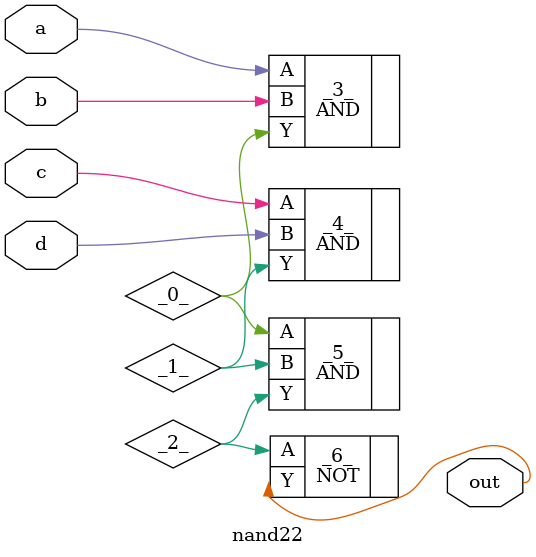
<source format=v>
/* Generated by Yosys 0.41+83 (git sha1 7045cf509, x86_64-w64-mingw32-g++ 13.2.1 -Os) */

/* cells_not_processed =  1  */
/* src = "nand22.v:3.1-13.10" */
module nand22(a, b, c, d, out);
  wire _0_;
  wire _1_;
  wire _2_;
  /* src = "nand22.v:4.9-4.10" */
  input a;
  wire a;
  /* src = "nand22.v:5.9-5.10" */
  input b;
  wire b;
  /* src = "nand22.v:6.9-6.10" */
  input c;
  wire c;
  /* src = "nand22.v:7.9-7.10" */
  input d;
  wire d;
  /* src = "nand22.v:8.10-8.13" */
  output out;
  wire out;
  AND _3_ (
    .A(a),
    .B(b),
    .Y(_0_)
  );
  AND _4_ (
    .A(c),
    .B(d),
    .Y(_1_)
  );
  AND _5_ (
    .A(_0_),
    .B(_1_),
    .Y(_2_)
  );
  NOT _6_ (
    .A(_2_),
    .Y(out)
  );
endmodule

</source>
